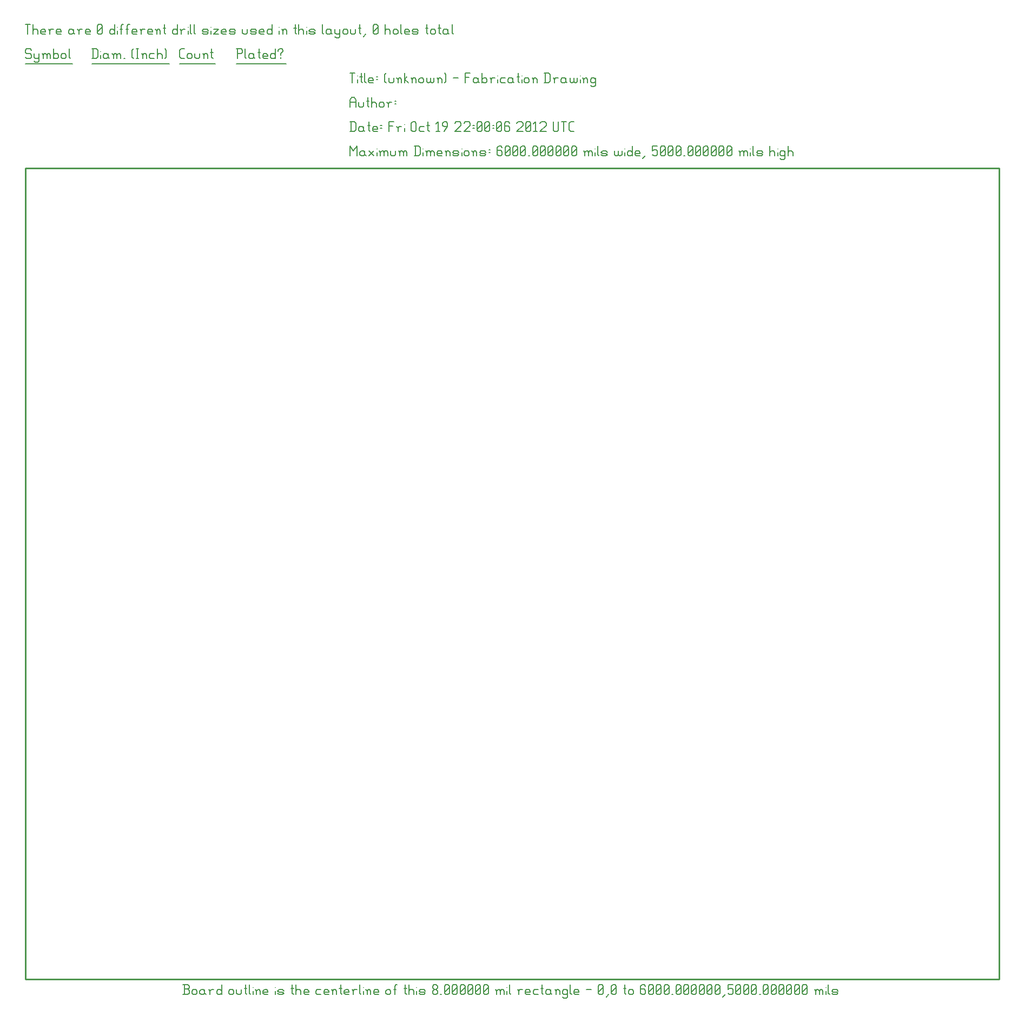
<source format=gbr>
G04 start of page 4 for group -3984 idx -3984 *
G04 Title: (unknown), fab *
G04 Creator: pcb 20110918 *
G04 CreationDate: Fri Oct 19 22:00:06 2012 UTC *
G04 For: fosse *
G04 Format: Gerber/RS-274X *
G04 PCB-Dimensions: 600000 500000 *
G04 PCB-Coordinate-Origin: lower left *
%MOIN*%
%FSLAX25Y25*%
%LNFAB*%
%ADD15C,0.0100*%
%ADD14C,0.0075*%
%ADD13C,0.0060*%
G54D13*X3000Y573500D02*X3750Y572750D01*
X750Y573500D02*X3000D01*
X0Y572750D02*X750Y573500D01*
X0Y572750D02*Y571250D01*
X750Y570500D01*
X3000D01*
X3750Y569750D01*
Y568250D01*
X3000Y567500D02*X3750Y568250D01*
X750Y567500D02*X3000D01*
X0Y568250D02*X750Y567500D01*
X5550Y570500D02*Y568250D01*
X6300Y567500D01*
X8550Y570500D02*Y566000D01*
X7800Y565250D02*X8550Y566000D01*
X6300Y565250D02*X7800D01*
X5550Y566000D02*X6300Y565250D01*
Y567500D02*X7800D01*
X8550Y568250D01*
X11100Y569750D02*Y567500D01*
Y569750D02*X11850Y570500D01*
X12600D01*
X13350Y569750D01*
Y567500D01*
Y569750D02*X14100Y570500D01*
X14850D01*
X15600Y569750D01*
Y567500D01*
X10350Y570500D02*X11100Y569750D01*
X17400Y573500D02*Y567500D01*
Y568250D02*X18150Y567500D01*
X19650D01*
X20400Y568250D01*
Y569750D02*Y568250D01*
X19650Y570500D02*X20400Y569750D01*
X18150Y570500D02*X19650D01*
X17400Y569750D02*X18150Y570500D01*
X22200Y569750D02*Y568250D01*
Y569750D02*X22950Y570500D01*
X24450D01*
X25200Y569750D01*
Y568250D01*
X24450Y567500D02*X25200Y568250D01*
X22950Y567500D02*X24450D01*
X22200Y568250D02*X22950Y567500D01*
X27000Y573500D02*Y568250D01*
X27750Y567500D01*
X0Y564250D02*X29250D01*
X41750Y573500D02*Y567500D01*
X43700Y573500D02*X44750Y572450D01*
Y568550D01*
X43700Y567500D02*X44750Y568550D01*
X41000Y567500D02*X43700D01*
X41000Y573500D02*X43700D01*
G54D14*X46550Y572000D02*Y571850D01*
G54D13*Y569750D02*Y567500D01*
X50300Y570500D02*X51050Y569750D01*
X48800Y570500D02*X50300D01*
X48050Y569750D02*X48800Y570500D01*
X48050Y569750D02*Y568250D01*
X48800Y567500D01*
X51050Y570500D02*Y568250D01*
X51800Y567500D01*
X48800D02*X50300D01*
X51050Y568250D01*
X54350Y569750D02*Y567500D01*
Y569750D02*X55100Y570500D01*
X55850D01*
X56600Y569750D01*
Y567500D01*
Y569750D02*X57350Y570500D01*
X58100D01*
X58850Y569750D01*
Y567500D01*
X53600Y570500D02*X54350Y569750D01*
X60650Y567500D02*X61400D01*
X65900Y568250D02*X66650Y567500D01*
X65900Y572750D02*X66650Y573500D01*
X65900Y572750D02*Y568250D01*
X68450Y573500D02*X69950D01*
X69200D02*Y567500D01*
X68450D02*X69950D01*
X72500Y569750D02*Y567500D01*
Y569750D02*X73250Y570500D01*
X74000D01*
X74750Y569750D01*
Y567500D01*
X71750Y570500D02*X72500Y569750D01*
X77300Y570500D02*X79550D01*
X76550Y569750D02*X77300Y570500D01*
X76550Y569750D02*Y568250D01*
X77300Y567500D01*
X79550D01*
X81350Y573500D02*Y567500D01*
Y569750D02*X82100Y570500D01*
X83600D01*
X84350Y569750D01*
Y567500D01*
X86150Y573500D02*X86900Y572750D01*
Y568250D01*
X86150Y567500D02*X86900Y568250D01*
X41000Y564250D02*X88700D01*
X96050Y567500D02*X98000D01*
X95000Y568550D02*X96050Y567500D01*
X95000Y572450D02*Y568550D01*
Y572450D02*X96050Y573500D01*
X98000D01*
X99800Y569750D02*Y568250D01*
Y569750D02*X100550Y570500D01*
X102050D01*
X102800Y569750D01*
Y568250D01*
X102050Y567500D02*X102800Y568250D01*
X100550Y567500D02*X102050D01*
X99800Y568250D02*X100550Y567500D01*
X104600Y570500D02*Y568250D01*
X105350Y567500D01*
X106850D01*
X107600Y568250D01*
Y570500D02*Y568250D01*
X110150Y569750D02*Y567500D01*
Y569750D02*X110900Y570500D01*
X111650D01*
X112400Y569750D01*
Y567500D01*
X109400Y570500D02*X110150Y569750D01*
X114950Y573500D02*Y568250D01*
X115700Y567500D01*
X114200Y571250D02*X115700D01*
X95000Y564250D02*X117200D01*
X130750Y573500D02*Y567500D01*
X130000Y573500D02*X133000D01*
X133750Y572750D01*
Y571250D01*
X133000Y570500D02*X133750Y571250D01*
X130750Y570500D02*X133000D01*
X135550Y573500D02*Y568250D01*
X136300Y567500D01*
X140050Y570500D02*X140800Y569750D01*
X138550Y570500D02*X140050D01*
X137800Y569750D02*X138550Y570500D01*
X137800Y569750D02*Y568250D01*
X138550Y567500D01*
X140800Y570500D02*Y568250D01*
X141550Y567500D01*
X138550D02*X140050D01*
X140800Y568250D01*
X144100Y573500D02*Y568250D01*
X144850Y567500D01*
X143350Y571250D02*X144850D01*
X147100Y567500D02*X149350D01*
X146350Y568250D02*X147100Y567500D01*
X146350Y569750D02*Y568250D01*
Y569750D02*X147100Y570500D01*
X148600D01*
X149350Y569750D01*
X146350Y569000D02*X149350D01*
Y569750D02*Y569000D01*
X154150Y573500D02*Y567500D01*
X153400D02*X154150Y568250D01*
X151900Y567500D02*X153400D01*
X151150Y568250D02*X151900Y567500D01*
X151150Y569750D02*Y568250D01*
Y569750D02*X151900Y570500D01*
X153400D01*
X154150Y569750D01*
X157450Y570500D02*Y569750D01*
Y568250D02*Y567500D01*
X155950Y572750D02*Y572000D01*
Y572750D02*X156700Y573500D01*
X158200D01*
X158950Y572750D01*
Y572000D01*
X157450Y570500D02*X158950Y572000D01*
X130000Y564250D02*X160750D01*
X0Y588500D02*X3000D01*
X1500D02*Y582500D01*
X4800Y588500D02*Y582500D01*
Y584750D02*X5550Y585500D01*
X7050D01*
X7800Y584750D01*
Y582500D01*
X10350D02*X12600D01*
X9600Y583250D02*X10350Y582500D01*
X9600Y584750D02*Y583250D01*
Y584750D02*X10350Y585500D01*
X11850D01*
X12600Y584750D01*
X9600Y584000D02*X12600D01*
Y584750D02*Y584000D01*
X15150Y584750D02*Y582500D01*
Y584750D02*X15900Y585500D01*
X17400D01*
X14400D02*X15150Y584750D01*
X19950Y582500D02*X22200D01*
X19200Y583250D02*X19950Y582500D01*
X19200Y584750D02*Y583250D01*
Y584750D02*X19950Y585500D01*
X21450D01*
X22200Y584750D01*
X19200Y584000D02*X22200D01*
Y584750D02*Y584000D01*
X28950Y585500D02*X29700Y584750D01*
X27450Y585500D02*X28950D01*
X26700Y584750D02*X27450Y585500D01*
X26700Y584750D02*Y583250D01*
X27450Y582500D01*
X29700Y585500D02*Y583250D01*
X30450Y582500D01*
X27450D02*X28950D01*
X29700Y583250D01*
X33000Y584750D02*Y582500D01*
Y584750D02*X33750Y585500D01*
X35250D01*
X32250D02*X33000Y584750D01*
X37800Y582500D02*X40050D01*
X37050Y583250D02*X37800Y582500D01*
X37050Y584750D02*Y583250D01*
Y584750D02*X37800Y585500D01*
X39300D01*
X40050Y584750D01*
X37050Y584000D02*X40050D01*
Y584750D02*Y584000D01*
X44550Y583250D02*X45300Y582500D01*
X44550Y587750D02*Y583250D01*
Y587750D02*X45300Y588500D01*
X46800D01*
X47550Y587750D01*
Y583250D01*
X46800Y582500D02*X47550Y583250D01*
X45300Y582500D02*X46800D01*
X44550Y584000D02*X47550Y587000D01*
X55050Y588500D02*Y582500D01*
X54300D02*X55050Y583250D01*
X52800Y582500D02*X54300D01*
X52050Y583250D02*X52800Y582500D01*
X52050Y584750D02*Y583250D01*
Y584750D02*X52800Y585500D01*
X54300D01*
X55050Y584750D01*
G54D14*X56850Y587000D02*Y586850D01*
G54D13*Y584750D02*Y582500D01*
X59100Y587750D02*Y582500D01*
Y587750D02*X59850Y588500D01*
X60600D01*
X58350Y585500D02*X59850D01*
X62850Y587750D02*Y582500D01*
Y587750D02*X63600Y588500D01*
X64350D01*
X62100Y585500D02*X63600D01*
X66600Y582500D02*X68850D01*
X65850Y583250D02*X66600Y582500D01*
X65850Y584750D02*Y583250D01*
Y584750D02*X66600Y585500D01*
X68100D01*
X68850Y584750D01*
X65850Y584000D02*X68850D01*
Y584750D02*Y584000D01*
X71400Y584750D02*Y582500D01*
Y584750D02*X72150Y585500D01*
X73650D01*
X70650D02*X71400Y584750D01*
X76200Y582500D02*X78450D01*
X75450Y583250D02*X76200Y582500D01*
X75450Y584750D02*Y583250D01*
Y584750D02*X76200Y585500D01*
X77700D01*
X78450Y584750D01*
X75450Y584000D02*X78450D01*
Y584750D02*Y584000D01*
X81000Y584750D02*Y582500D01*
Y584750D02*X81750Y585500D01*
X82500D01*
X83250Y584750D01*
Y582500D01*
X80250Y585500D02*X81000Y584750D01*
X85800Y588500D02*Y583250D01*
X86550Y582500D01*
X85050Y586250D02*X86550D01*
X93750Y588500D02*Y582500D01*
X93000D02*X93750Y583250D01*
X91500Y582500D02*X93000D01*
X90750Y583250D02*X91500Y582500D01*
X90750Y584750D02*Y583250D01*
Y584750D02*X91500Y585500D01*
X93000D01*
X93750Y584750D01*
X96300D02*Y582500D01*
Y584750D02*X97050Y585500D01*
X98550D01*
X95550D02*X96300Y584750D01*
G54D14*X100350Y587000D02*Y586850D01*
G54D13*Y584750D02*Y582500D01*
X101850Y588500D02*Y583250D01*
X102600Y582500D01*
X104100Y588500D02*Y583250D01*
X104850Y582500D01*
X109800D02*X112050D01*
X112800Y583250D01*
X112050Y584000D02*X112800Y583250D01*
X109800Y584000D02*X112050D01*
X109050Y584750D02*X109800Y584000D01*
X109050Y584750D02*X109800Y585500D01*
X112050D01*
X112800Y584750D01*
X109050Y583250D02*X109800Y582500D01*
G54D14*X114600Y587000D02*Y586850D01*
G54D13*Y584750D02*Y582500D01*
X116100Y585500D02*X119100D01*
X116100Y582500D02*X119100Y585500D01*
X116100Y582500D02*X119100D01*
X121650D02*X123900D01*
X120900Y583250D02*X121650Y582500D01*
X120900Y584750D02*Y583250D01*
Y584750D02*X121650Y585500D01*
X123150D01*
X123900Y584750D01*
X120900Y584000D02*X123900D01*
Y584750D02*Y584000D01*
X126450Y582500D02*X128700D01*
X129450Y583250D01*
X128700Y584000D02*X129450Y583250D01*
X126450Y584000D02*X128700D01*
X125700Y584750D02*X126450Y584000D01*
X125700Y584750D02*X126450Y585500D01*
X128700D01*
X129450Y584750D01*
X125700Y583250D02*X126450Y582500D01*
X133950Y585500D02*Y583250D01*
X134700Y582500D01*
X136200D01*
X136950Y583250D01*
Y585500D02*Y583250D01*
X139500Y582500D02*X141750D01*
X142500Y583250D01*
X141750Y584000D02*X142500Y583250D01*
X139500Y584000D02*X141750D01*
X138750Y584750D02*X139500Y584000D01*
X138750Y584750D02*X139500Y585500D01*
X141750D01*
X142500Y584750D01*
X138750Y583250D02*X139500Y582500D01*
X145050D02*X147300D01*
X144300Y583250D02*X145050Y582500D01*
X144300Y584750D02*Y583250D01*
Y584750D02*X145050Y585500D01*
X146550D01*
X147300Y584750D01*
X144300Y584000D02*X147300D01*
Y584750D02*Y584000D01*
X152100Y588500D02*Y582500D01*
X151350D02*X152100Y583250D01*
X149850Y582500D02*X151350D01*
X149100Y583250D02*X149850Y582500D01*
X149100Y584750D02*Y583250D01*
Y584750D02*X149850Y585500D01*
X151350D01*
X152100Y584750D01*
G54D14*X156600Y587000D02*Y586850D01*
G54D13*Y584750D02*Y582500D01*
X158850Y584750D02*Y582500D01*
Y584750D02*X159600Y585500D01*
X160350D01*
X161100Y584750D01*
Y582500D01*
X158100Y585500D02*X158850Y584750D01*
X166350Y588500D02*Y583250D01*
X167100Y582500D01*
X165600Y586250D02*X167100D01*
X168600Y588500D02*Y582500D01*
Y584750D02*X169350Y585500D01*
X170850D01*
X171600Y584750D01*
Y582500D01*
G54D14*X173400Y587000D02*Y586850D01*
G54D13*Y584750D02*Y582500D01*
X175650D02*X177900D01*
X178650Y583250D01*
X177900Y584000D02*X178650Y583250D01*
X175650Y584000D02*X177900D01*
X174900Y584750D02*X175650Y584000D01*
X174900Y584750D02*X175650Y585500D01*
X177900D01*
X178650Y584750D01*
X174900Y583250D02*X175650Y582500D01*
X183150Y588500D02*Y583250D01*
X183900Y582500D01*
X187650Y585500D02*X188400Y584750D01*
X186150Y585500D02*X187650D01*
X185400Y584750D02*X186150Y585500D01*
X185400Y584750D02*Y583250D01*
X186150Y582500D01*
X188400Y585500D02*Y583250D01*
X189150Y582500D01*
X186150D02*X187650D01*
X188400Y583250D01*
X190950Y585500D02*Y583250D01*
X191700Y582500D01*
X193950Y585500D02*Y581000D01*
X193200Y580250D02*X193950Y581000D01*
X191700Y580250D02*X193200D01*
X190950Y581000D02*X191700Y580250D01*
Y582500D02*X193200D01*
X193950Y583250D01*
X195750Y584750D02*Y583250D01*
Y584750D02*X196500Y585500D01*
X198000D01*
X198750Y584750D01*
Y583250D01*
X198000Y582500D02*X198750Y583250D01*
X196500Y582500D02*X198000D01*
X195750Y583250D02*X196500Y582500D01*
X200550Y585500D02*Y583250D01*
X201300Y582500D01*
X202800D01*
X203550Y583250D01*
Y585500D02*Y583250D01*
X206100Y588500D02*Y583250D01*
X206850Y582500D01*
X205350Y586250D02*X206850D01*
X208350Y581000D02*X209850Y582500D01*
X214350Y583250D02*X215100Y582500D01*
X214350Y587750D02*Y583250D01*
Y587750D02*X215100Y588500D01*
X216600D01*
X217350Y587750D01*
Y583250D01*
X216600Y582500D02*X217350Y583250D01*
X215100Y582500D02*X216600D01*
X214350Y584000D02*X217350Y587000D01*
X221850Y588500D02*Y582500D01*
Y584750D02*X222600Y585500D01*
X224100D01*
X224850Y584750D01*
Y582500D01*
X226650Y584750D02*Y583250D01*
Y584750D02*X227400Y585500D01*
X228900D01*
X229650Y584750D01*
Y583250D01*
X228900Y582500D02*X229650Y583250D01*
X227400Y582500D02*X228900D01*
X226650Y583250D02*X227400Y582500D01*
X231450Y588500D02*Y583250D01*
X232200Y582500D01*
X234450D02*X236700D01*
X233700Y583250D02*X234450Y582500D01*
X233700Y584750D02*Y583250D01*
Y584750D02*X234450Y585500D01*
X235950D01*
X236700Y584750D01*
X233700Y584000D02*X236700D01*
Y584750D02*Y584000D01*
X239250Y582500D02*X241500D01*
X242250Y583250D01*
X241500Y584000D02*X242250Y583250D01*
X239250Y584000D02*X241500D01*
X238500Y584750D02*X239250Y584000D01*
X238500Y584750D02*X239250Y585500D01*
X241500D01*
X242250Y584750D01*
X238500Y583250D02*X239250Y582500D01*
X247500Y588500D02*Y583250D01*
X248250Y582500D01*
X246750Y586250D02*X248250D01*
X249750Y584750D02*Y583250D01*
Y584750D02*X250500Y585500D01*
X252000D01*
X252750Y584750D01*
Y583250D01*
X252000Y582500D02*X252750Y583250D01*
X250500Y582500D02*X252000D01*
X249750Y583250D02*X250500Y582500D01*
X255300Y588500D02*Y583250D01*
X256050Y582500D01*
X254550Y586250D02*X256050D01*
X259800Y585500D02*X260550Y584750D01*
X258300Y585500D02*X259800D01*
X257550Y584750D02*X258300Y585500D01*
X257550Y584750D02*Y583250D01*
X258300Y582500D01*
X260550Y585500D02*Y583250D01*
X261300Y582500D01*
X258300D02*X259800D01*
X260550Y583250D01*
X263100Y588500D02*Y583250D01*
X263850Y582500D01*
G54D15*X0Y500000D02*X600000D01*
X0D02*Y0D01*
X600000Y500000D02*Y0D01*
X0D02*X600000D01*
G54D13*X200000Y513500D02*Y507500D01*
Y513500D02*X202250Y510500D01*
X204500Y513500D01*
Y507500D01*
X208550Y510500D02*X209300Y509750D01*
X207050Y510500D02*X208550D01*
X206300Y509750D02*X207050Y510500D01*
X206300Y509750D02*Y508250D01*
X207050Y507500D01*
X209300Y510500D02*Y508250D01*
X210050Y507500D01*
X207050D02*X208550D01*
X209300Y508250D01*
X211850Y510500D02*X214850Y507500D01*
X211850D02*X214850Y510500D01*
G54D14*X216650Y512000D02*Y511850D01*
G54D13*Y509750D02*Y507500D01*
X218900Y509750D02*Y507500D01*
Y509750D02*X219650Y510500D01*
X220400D01*
X221150Y509750D01*
Y507500D01*
Y509750D02*X221900Y510500D01*
X222650D01*
X223400Y509750D01*
Y507500D01*
X218150Y510500D02*X218900Y509750D01*
X225200Y510500D02*Y508250D01*
X225950Y507500D01*
X227450D01*
X228200Y508250D01*
Y510500D02*Y508250D01*
X230750Y509750D02*Y507500D01*
Y509750D02*X231500Y510500D01*
X232250D01*
X233000Y509750D01*
Y507500D01*
Y509750D02*X233750Y510500D01*
X234500D01*
X235250Y509750D01*
Y507500D01*
X230000Y510500D02*X230750Y509750D01*
X240500Y513500D02*Y507500D01*
X242450Y513500D02*X243500Y512450D01*
Y508550D01*
X242450Y507500D02*X243500Y508550D01*
X239750Y507500D02*X242450D01*
X239750Y513500D02*X242450D01*
G54D14*X245300Y512000D02*Y511850D01*
G54D13*Y509750D02*Y507500D01*
X247550Y509750D02*Y507500D01*
Y509750D02*X248300Y510500D01*
X249050D01*
X249800Y509750D01*
Y507500D01*
Y509750D02*X250550Y510500D01*
X251300D01*
X252050Y509750D01*
Y507500D01*
X246800Y510500D02*X247550Y509750D01*
X254600Y507500D02*X256850D01*
X253850Y508250D02*X254600Y507500D01*
X253850Y509750D02*Y508250D01*
Y509750D02*X254600Y510500D01*
X256100D01*
X256850Y509750D01*
X253850Y509000D02*X256850D01*
Y509750D02*Y509000D01*
X259400Y509750D02*Y507500D01*
Y509750D02*X260150Y510500D01*
X260900D01*
X261650Y509750D01*
Y507500D01*
X258650Y510500D02*X259400Y509750D01*
X264200Y507500D02*X266450D01*
X267200Y508250D01*
X266450Y509000D02*X267200Y508250D01*
X264200Y509000D02*X266450D01*
X263450Y509750D02*X264200Y509000D01*
X263450Y509750D02*X264200Y510500D01*
X266450D01*
X267200Y509750D01*
X263450Y508250D02*X264200Y507500D01*
G54D14*X269000Y512000D02*Y511850D01*
G54D13*Y509750D02*Y507500D01*
X270500Y509750D02*Y508250D01*
Y509750D02*X271250Y510500D01*
X272750D01*
X273500Y509750D01*
Y508250D01*
X272750Y507500D02*X273500Y508250D01*
X271250Y507500D02*X272750D01*
X270500Y508250D02*X271250Y507500D01*
X276050Y509750D02*Y507500D01*
Y509750D02*X276800Y510500D01*
X277550D01*
X278300Y509750D01*
Y507500D01*
X275300Y510500D02*X276050Y509750D01*
X280850Y507500D02*X283100D01*
X283850Y508250D01*
X283100Y509000D02*X283850Y508250D01*
X280850Y509000D02*X283100D01*
X280100Y509750D02*X280850Y509000D01*
X280100Y509750D02*X280850Y510500D01*
X283100D01*
X283850Y509750D01*
X280100Y508250D02*X280850Y507500D01*
X285650Y511250D02*X286400D01*
X285650Y509750D02*X286400D01*
X293150Y513500D02*X293900Y512750D01*
X291650Y513500D02*X293150D01*
X290900Y512750D02*X291650Y513500D01*
X290900Y512750D02*Y508250D01*
X291650Y507500D01*
X293150Y510800D02*X293900Y510050D01*
X290900Y510800D02*X293150D01*
X291650Y507500D02*X293150D01*
X293900Y508250D01*
Y510050D02*Y508250D01*
X295700D02*X296450Y507500D01*
X295700Y512750D02*Y508250D01*
Y512750D02*X296450Y513500D01*
X297950D01*
X298700Y512750D01*
Y508250D01*
X297950Y507500D02*X298700Y508250D01*
X296450Y507500D02*X297950D01*
X295700Y509000D02*X298700Y512000D01*
X300500Y508250D02*X301250Y507500D01*
X300500Y512750D02*Y508250D01*
Y512750D02*X301250Y513500D01*
X302750D01*
X303500Y512750D01*
Y508250D01*
X302750Y507500D02*X303500Y508250D01*
X301250Y507500D02*X302750D01*
X300500Y509000D02*X303500Y512000D01*
X305300Y508250D02*X306050Y507500D01*
X305300Y512750D02*Y508250D01*
Y512750D02*X306050Y513500D01*
X307550D01*
X308300Y512750D01*
Y508250D01*
X307550Y507500D02*X308300Y508250D01*
X306050Y507500D02*X307550D01*
X305300Y509000D02*X308300Y512000D01*
X310100Y507500D02*X310850D01*
X312650Y508250D02*X313400Y507500D01*
X312650Y512750D02*Y508250D01*
Y512750D02*X313400Y513500D01*
X314900D01*
X315650Y512750D01*
Y508250D01*
X314900Y507500D02*X315650Y508250D01*
X313400Y507500D02*X314900D01*
X312650Y509000D02*X315650Y512000D01*
X317450Y508250D02*X318200Y507500D01*
X317450Y512750D02*Y508250D01*
Y512750D02*X318200Y513500D01*
X319700D01*
X320450Y512750D01*
Y508250D01*
X319700Y507500D02*X320450Y508250D01*
X318200Y507500D02*X319700D01*
X317450Y509000D02*X320450Y512000D01*
X322250Y508250D02*X323000Y507500D01*
X322250Y512750D02*Y508250D01*
Y512750D02*X323000Y513500D01*
X324500D01*
X325250Y512750D01*
Y508250D01*
X324500Y507500D02*X325250Y508250D01*
X323000Y507500D02*X324500D01*
X322250Y509000D02*X325250Y512000D01*
X327050Y508250D02*X327800Y507500D01*
X327050Y512750D02*Y508250D01*
Y512750D02*X327800Y513500D01*
X329300D01*
X330050Y512750D01*
Y508250D01*
X329300Y507500D02*X330050Y508250D01*
X327800Y507500D02*X329300D01*
X327050Y509000D02*X330050Y512000D01*
X331850Y508250D02*X332600Y507500D01*
X331850Y512750D02*Y508250D01*
Y512750D02*X332600Y513500D01*
X334100D01*
X334850Y512750D01*
Y508250D01*
X334100Y507500D02*X334850Y508250D01*
X332600Y507500D02*X334100D01*
X331850Y509000D02*X334850Y512000D01*
X336650Y508250D02*X337400Y507500D01*
X336650Y512750D02*Y508250D01*
Y512750D02*X337400Y513500D01*
X338900D01*
X339650Y512750D01*
Y508250D01*
X338900Y507500D02*X339650Y508250D01*
X337400Y507500D02*X338900D01*
X336650Y509000D02*X339650Y512000D01*
X344900Y509750D02*Y507500D01*
Y509750D02*X345650Y510500D01*
X346400D01*
X347150Y509750D01*
Y507500D01*
Y509750D02*X347900Y510500D01*
X348650D01*
X349400Y509750D01*
Y507500D01*
X344150Y510500D02*X344900Y509750D01*
G54D14*X351200Y512000D02*Y511850D01*
G54D13*Y509750D02*Y507500D01*
X352700Y513500D02*Y508250D01*
X353450Y507500D01*
X355700D02*X357950D01*
X358700Y508250D01*
X357950Y509000D02*X358700Y508250D01*
X355700Y509000D02*X357950D01*
X354950Y509750D02*X355700Y509000D01*
X354950Y509750D02*X355700Y510500D01*
X357950D01*
X358700Y509750D01*
X354950Y508250D02*X355700Y507500D01*
X363200Y510500D02*Y508250D01*
X363950Y507500D01*
X364700D01*
X365450Y508250D01*
Y510500D02*Y508250D01*
X366200Y507500D01*
X366950D01*
X367700Y508250D01*
Y510500D02*Y508250D01*
G54D14*X369500Y512000D02*Y511850D01*
G54D13*Y509750D02*Y507500D01*
X374000Y513500D02*Y507500D01*
X373250D02*X374000Y508250D01*
X371750Y507500D02*X373250D01*
X371000Y508250D02*X371750Y507500D01*
X371000Y509750D02*Y508250D01*
Y509750D02*X371750Y510500D01*
X373250D01*
X374000Y509750D01*
X376550Y507500D02*X378800D01*
X375800Y508250D02*X376550Y507500D01*
X375800Y509750D02*Y508250D01*
Y509750D02*X376550Y510500D01*
X378050D01*
X378800Y509750D01*
X375800Y509000D02*X378800D01*
Y509750D02*Y509000D01*
X380600Y506000D02*X382100Y507500D01*
X386600Y513500D02*X389600D01*
X386600D02*Y510500D01*
X387350Y511250D01*
X388850D01*
X389600Y510500D01*
Y508250D01*
X388850Y507500D02*X389600Y508250D01*
X387350Y507500D02*X388850D01*
X386600Y508250D02*X387350Y507500D01*
X391400Y508250D02*X392150Y507500D01*
X391400Y512750D02*Y508250D01*
Y512750D02*X392150Y513500D01*
X393650D01*
X394400Y512750D01*
Y508250D01*
X393650Y507500D02*X394400Y508250D01*
X392150Y507500D02*X393650D01*
X391400Y509000D02*X394400Y512000D01*
X396200Y508250D02*X396950Y507500D01*
X396200Y512750D02*Y508250D01*
Y512750D02*X396950Y513500D01*
X398450D01*
X399200Y512750D01*
Y508250D01*
X398450Y507500D02*X399200Y508250D01*
X396950Y507500D02*X398450D01*
X396200Y509000D02*X399200Y512000D01*
X401000Y508250D02*X401750Y507500D01*
X401000Y512750D02*Y508250D01*
Y512750D02*X401750Y513500D01*
X403250D01*
X404000Y512750D01*
Y508250D01*
X403250Y507500D02*X404000Y508250D01*
X401750Y507500D02*X403250D01*
X401000Y509000D02*X404000Y512000D01*
X405800Y507500D02*X406550D01*
X408350Y508250D02*X409100Y507500D01*
X408350Y512750D02*Y508250D01*
Y512750D02*X409100Y513500D01*
X410600D01*
X411350Y512750D01*
Y508250D01*
X410600Y507500D02*X411350Y508250D01*
X409100Y507500D02*X410600D01*
X408350Y509000D02*X411350Y512000D01*
X413150Y508250D02*X413900Y507500D01*
X413150Y512750D02*Y508250D01*
Y512750D02*X413900Y513500D01*
X415400D01*
X416150Y512750D01*
Y508250D01*
X415400Y507500D02*X416150Y508250D01*
X413900Y507500D02*X415400D01*
X413150Y509000D02*X416150Y512000D01*
X417950Y508250D02*X418700Y507500D01*
X417950Y512750D02*Y508250D01*
Y512750D02*X418700Y513500D01*
X420200D01*
X420950Y512750D01*
Y508250D01*
X420200Y507500D02*X420950Y508250D01*
X418700Y507500D02*X420200D01*
X417950Y509000D02*X420950Y512000D01*
X422750Y508250D02*X423500Y507500D01*
X422750Y512750D02*Y508250D01*
Y512750D02*X423500Y513500D01*
X425000D01*
X425750Y512750D01*
Y508250D01*
X425000Y507500D02*X425750Y508250D01*
X423500Y507500D02*X425000D01*
X422750Y509000D02*X425750Y512000D01*
X427550Y508250D02*X428300Y507500D01*
X427550Y512750D02*Y508250D01*
Y512750D02*X428300Y513500D01*
X429800D01*
X430550Y512750D01*
Y508250D01*
X429800Y507500D02*X430550Y508250D01*
X428300Y507500D02*X429800D01*
X427550Y509000D02*X430550Y512000D01*
X432350Y508250D02*X433100Y507500D01*
X432350Y512750D02*Y508250D01*
Y512750D02*X433100Y513500D01*
X434600D01*
X435350Y512750D01*
Y508250D01*
X434600Y507500D02*X435350Y508250D01*
X433100Y507500D02*X434600D01*
X432350Y509000D02*X435350Y512000D01*
X440600Y509750D02*Y507500D01*
Y509750D02*X441350Y510500D01*
X442100D01*
X442850Y509750D01*
Y507500D01*
Y509750D02*X443600Y510500D01*
X444350D01*
X445100Y509750D01*
Y507500D01*
X439850Y510500D02*X440600Y509750D01*
G54D14*X446900Y512000D02*Y511850D01*
G54D13*Y509750D02*Y507500D01*
X448400Y513500D02*Y508250D01*
X449150Y507500D01*
X451400D02*X453650D01*
X454400Y508250D01*
X453650Y509000D02*X454400Y508250D01*
X451400Y509000D02*X453650D01*
X450650Y509750D02*X451400Y509000D01*
X450650Y509750D02*X451400Y510500D01*
X453650D01*
X454400Y509750D01*
X450650Y508250D02*X451400Y507500D01*
X458900Y513500D02*Y507500D01*
Y509750D02*X459650Y510500D01*
X461150D01*
X461900Y509750D01*
Y507500D01*
G54D14*X463700Y512000D02*Y511850D01*
G54D13*Y509750D02*Y507500D01*
X467450Y510500D02*X468200Y509750D01*
X465950Y510500D02*X467450D01*
X465200Y509750D02*X465950Y510500D01*
X465200Y509750D02*Y508250D01*
X465950Y507500D01*
X467450D01*
X468200Y508250D01*
X465200Y506000D02*X465950Y505250D01*
X467450D01*
X468200Y506000D01*
Y510500D02*Y506000D01*
X470000Y513500D02*Y507500D01*
Y509750D02*X470750Y510500D01*
X472250D01*
X473000Y509750D01*
Y507500D01*
X97275Y-9500D02*X100275D01*
X101025Y-8750D01*
Y-6950D02*Y-8750D01*
X100275Y-6200D02*X101025Y-6950D01*
X98025Y-6200D02*X100275D01*
X98025Y-3500D02*Y-9500D01*
X97275Y-3500D02*X100275D01*
X101025Y-4250D01*
Y-5450D01*
X100275Y-6200D02*X101025Y-5450D01*
X102825Y-7250D02*Y-8750D01*
Y-7250D02*X103575Y-6500D01*
X105075D01*
X105825Y-7250D01*
Y-8750D01*
X105075Y-9500D02*X105825Y-8750D01*
X103575Y-9500D02*X105075D01*
X102825Y-8750D02*X103575Y-9500D01*
X109875Y-6500D02*X110625Y-7250D01*
X108375Y-6500D02*X109875D01*
X107625Y-7250D02*X108375Y-6500D01*
X107625Y-7250D02*Y-8750D01*
X108375Y-9500D01*
X110625Y-6500D02*Y-8750D01*
X111375Y-9500D01*
X108375D02*X109875D01*
X110625Y-8750D01*
X113925Y-7250D02*Y-9500D01*
Y-7250D02*X114675Y-6500D01*
X116175D01*
X113175D02*X113925Y-7250D01*
X120975Y-3500D02*Y-9500D01*
X120225D02*X120975Y-8750D01*
X118725Y-9500D02*X120225D01*
X117975Y-8750D02*X118725Y-9500D01*
X117975Y-7250D02*Y-8750D01*
Y-7250D02*X118725Y-6500D01*
X120225D01*
X120975Y-7250D01*
X125475D02*Y-8750D01*
Y-7250D02*X126225Y-6500D01*
X127725D01*
X128475Y-7250D01*
Y-8750D01*
X127725Y-9500D02*X128475Y-8750D01*
X126225Y-9500D02*X127725D01*
X125475Y-8750D02*X126225Y-9500D01*
X130275Y-6500D02*Y-8750D01*
X131025Y-9500D01*
X132525D01*
X133275Y-8750D01*
Y-6500D02*Y-8750D01*
X135825Y-3500D02*Y-8750D01*
X136575Y-9500D01*
X135075Y-5750D02*X136575D01*
X138075Y-3500D02*Y-8750D01*
X138825Y-9500D01*
G54D14*X140325Y-5000D02*Y-5150D01*
G54D13*Y-7250D02*Y-9500D01*
X142575Y-7250D02*Y-9500D01*
Y-7250D02*X143325Y-6500D01*
X144075D01*
X144825Y-7250D01*
Y-9500D01*
X141825Y-6500D02*X142575Y-7250D01*
X147375Y-9500D02*X149625D01*
X146625Y-8750D02*X147375Y-9500D01*
X146625Y-7250D02*Y-8750D01*
Y-7250D02*X147375Y-6500D01*
X148875D01*
X149625Y-7250D01*
X146625Y-8000D02*X149625D01*
Y-7250D02*Y-8000D01*
G54D14*X154125Y-5000D02*Y-5150D01*
G54D13*Y-7250D02*Y-9500D01*
X156375D02*X158625D01*
X159375Y-8750D01*
X158625Y-8000D02*X159375Y-8750D01*
X156375Y-8000D02*X158625D01*
X155625Y-7250D02*X156375Y-8000D01*
X155625Y-7250D02*X156375Y-6500D01*
X158625D01*
X159375Y-7250D01*
X155625Y-8750D02*X156375Y-9500D01*
X164625Y-3500D02*Y-8750D01*
X165375Y-9500D01*
X163875Y-5750D02*X165375D01*
X166875Y-3500D02*Y-9500D01*
Y-7250D02*X167625Y-6500D01*
X169125D01*
X169875Y-7250D01*
Y-9500D01*
X172425D02*X174675D01*
X171675Y-8750D02*X172425Y-9500D01*
X171675Y-7250D02*Y-8750D01*
Y-7250D02*X172425Y-6500D01*
X173925D01*
X174675Y-7250D01*
X171675Y-8000D02*X174675D01*
Y-7250D02*Y-8000D01*
X179925Y-6500D02*X182175D01*
X179175Y-7250D02*X179925Y-6500D01*
X179175Y-7250D02*Y-8750D01*
X179925Y-9500D01*
X182175D01*
X184725D02*X186975D01*
X183975Y-8750D02*X184725Y-9500D01*
X183975Y-7250D02*Y-8750D01*
Y-7250D02*X184725Y-6500D01*
X186225D01*
X186975Y-7250D01*
X183975Y-8000D02*X186975D01*
Y-7250D02*Y-8000D01*
X189525Y-7250D02*Y-9500D01*
Y-7250D02*X190275Y-6500D01*
X191025D01*
X191775Y-7250D01*
Y-9500D01*
X188775Y-6500D02*X189525Y-7250D01*
X194325Y-3500D02*Y-8750D01*
X195075Y-9500D01*
X193575Y-5750D02*X195075D01*
X197325Y-9500D02*X199575D01*
X196575Y-8750D02*X197325Y-9500D01*
X196575Y-7250D02*Y-8750D01*
Y-7250D02*X197325Y-6500D01*
X198825D01*
X199575Y-7250D01*
X196575Y-8000D02*X199575D01*
Y-7250D02*Y-8000D01*
X202125Y-7250D02*Y-9500D01*
Y-7250D02*X202875Y-6500D01*
X204375D01*
X201375D02*X202125Y-7250D01*
X206175Y-3500D02*Y-8750D01*
X206925Y-9500D01*
G54D14*X208425Y-5000D02*Y-5150D01*
G54D13*Y-7250D02*Y-9500D01*
X210675Y-7250D02*Y-9500D01*
Y-7250D02*X211425Y-6500D01*
X212175D01*
X212925Y-7250D01*
Y-9500D01*
X209925Y-6500D02*X210675Y-7250D01*
X215475Y-9500D02*X217725D01*
X214725Y-8750D02*X215475Y-9500D01*
X214725Y-7250D02*Y-8750D01*
Y-7250D02*X215475Y-6500D01*
X216975D01*
X217725Y-7250D01*
X214725Y-8000D02*X217725D01*
Y-7250D02*Y-8000D01*
X222225Y-7250D02*Y-8750D01*
Y-7250D02*X222975Y-6500D01*
X224475D01*
X225225Y-7250D01*
Y-8750D01*
X224475Y-9500D02*X225225Y-8750D01*
X222975Y-9500D02*X224475D01*
X222225Y-8750D02*X222975Y-9500D01*
X227775Y-4250D02*Y-9500D01*
Y-4250D02*X228525Y-3500D01*
X229275D01*
X227025Y-6500D02*X228525D01*
X234225Y-3500D02*Y-8750D01*
X234975Y-9500D01*
X233475Y-5750D02*X234975D01*
X236475Y-3500D02*Y-9500D01*
Y-7250D02*X237225Y-6500D01*
X238725D01*
X239475Y-7250D01*
Y-9500D01*
G54D14*X241275Y-5000D02*Y-5150D01*
G54D13*Y-7250D02*Y-9500D01*
X243525D02*X245775D01*
X246525Y-8750D01*
X245775Y-8000D02*X246525Y-8750D01*
X243525Y-8000D02*X245775D01*
X242775Y-7250D02*X243525Y-8000D01*
X242775Y-7250D02*X243525Y-6500D01*
X245775D01*
X246525Y-7250D01*
X242775Y-8750D02*X243525Y-9500D01*
X251025Y-8750D02*X251775Y-9500D01*
X251025Y-7550D02*Y-8750D01*
Y-7550D02*X252075Y-6500D01*
X252975D01*
X254025Y-7550D01*
Y-8750D01*
X253275Y-9500D02*X254025Y-8750D01*
X251775Y-9500D02*X253275D01*
X251025Y-5450D02*X252075Y-6500D01*
X251025Y-4250D02*Y-5450D01*
Y-4250D02*X251775Y-3500D01*
X253275D01*
X254025Y-4250D01*
Y-5450D01*
X252975Y-6500D02*X254025Y-5450D01*
X255825Y-9500D02*X256575D01*
X258375Y-8750D02*X259125Y-9500D01*
X258375Y-4250D02*Y-8750D01*
Y-4250D02*X259125Y-3500D01*
X260625D01*
X261375Y-4250D01*
Y-8750D01*
X260625Y-9500D02*X261375Y-8750D01*
X259125Y-9500D02*X260625D01*
X258375Y-8000D02*X261375Y-5000D01*
X263175Y-8750D02*X263925Y-9500D01*
X263175Y-4250D02*Y-8750D01*
Y-4250D02*X263925Y-3500D01*
X265425D01*
X266175Y-4250D01*
Y-8750D01*
X265425Y-9500D02*X266175Y-8750D01*
X263925Y-9500D02*X265425D01*
X263175Y-8000D02*X266175Y-5000D01*
X267975Y-8750D02*X268725Y-9500D01*
X267975Y-4250D02*Y-8750D01*
Y-4250D02*X268725Y-3500D01*
X270225D01*
X270975Y-4250D01*
Y-8750D01*
X270225Y-9500D02*X270975Y-8750D01*
X268725Y-9500D02*X270225D01*
X267975Y-8000D02*X270975Y-5000D01*
X272775Y-8750D02*X273525Y-9500D01*
X272775Y-4250D02*Y-8750D01*
Y-4250D02*X273525Y-3500D01*
X275025D01*
X275775Y-4250D01*
Y-8750D01*
X275025Y-9500D02*X275775Y-8750D01*
X273525Y-9500D02*X275025D01*
X272775Y-8000D02*X275775Y-5000D01*
X277575Y-8750D02*X278325Y-9500D01*
X277575Y-4250D02*Y-8750D01*
Y-4250D02*X278325Y-3500D01*
X279825D01*
X280575Y-4250D01*
Y-8750D01*
X279825Y-9500D02*X280575Y-8750D01*
X278325Y-9500D02*X279825D01*
X277575Y-8000D02*X280575Y-5000D01*
X282375Y-8750D02*X283125Y-9500D01*
X282375Y-4250D02*Y-8750D01*
Y-4250D02*X283125Y-3500D01*
X284625D01*
X285375Y-4250D01*
Y-8750D01*
X284625Y-9500D02*X285375Y-8750D01*
X283125Y-9500D02*X284625D01*
X282375Y-8000D02*X285375Y-5000D01*
X290625Y-7250D02*Y-9500D01*
Y-7250D02*X291375Y-6500D01*
X292125D01*
X292875Y-7250D01*
Y-9500D01*
Y-7250D02*X293625Y-6500D01*
X294375D01*
X295125Y-7250D01*
Y-9500D01*
X289875Y-6500D02*X290625Y-7250D01*
G54D14*X296925Y-5000D02*Y-5150D01*
G54D13*Y-7250D02*Y-9500D01*
X298425Y-3500D02*Y-8750D01*
X299175Y-9500D01*
X304125Y-7250D02*Y-9500D01*
Y-7250D02*X304875Y-6500D01*
X306375D01*
X303375D02*X304125Y-7250D01*
X308925Y-9500D02*X311175D01*
X308175Y-8750D02*X308925Y-9500D01*
X308175Y-7250D02*Y-8750D01*
Y-7250D02*X308925Y-6500D01*
X310425D01*
X311175Y-7250D01*
X308175Y-8000D02*X311175D01*
Y-7250D02*Y-8000D01*
X313725Y-6500D02*X315975D01*
X312975Y-7250D02*X313725Y-6500D01*
X312975Y-7250D02*Y-8750D01*
X313725Y-9500D01*
X315975D01*
X318525Y-3500D02*Y-8750D01*
X319275Y-9500D01*
X317775Y-5750D02*X319275D01*
X323025Y-6500D02*X323775Y-7250D01*
X321525Y-6500D02*X323025D01*
X320775Y-7250D02*X321525Y-6500D01*
X320775Y-7250D02*Y-8750D01*
X321525Y-9500D01*
X323775Y-6500D02*Y-8750D01*
X324525Y-9500D01*
X321525D02*X323025D01*
X323775Y-8750D01*
X327075Y-7250D02*Y-9500D01*
Y-7250D02*X327825Y-6500D01*
X328575D01*
X329325Y-7250D01*
Y-9500D01*
X326325Y-6500D02*X327075Y-7250D01*
X333375Y-6500D02*X334125Y-7250D01*
X331875Y-6500D02*X333375D01*
X331125Y-7250D02*X331875Y-6500D01*
X331125Y-7250D02*Y-8750D01*
X331875Y-9500D01*
X333375D01*
X334125Y-8750D01*
X331125Y-11000D02*X331875Y-11750D01*
X333375D01*
X334125Y-11000D01*
Y-6500D02*Y-11000D01*
X335925Y-3500D02*Y-8750D01*
X336675Y-9500D01*
X338925D02*X341175D01*
X338175Y-8750D02*X338925Y-9500D01*
X338175Y-7250D02*Y-8750D01*
Y-7250D02*X338925Y-6500D01*
X340425D01*
X341175Y-7250D01*
X338175Y-8000D02*X341175D01*
Y-7250D02*Y-8000D01*
X345675Y-6500D02*X348675D01*
X353175Y-8750D02*X353925Y-9500D01*
X353175Y-4250D02*Y-8750D01*
Y-4250D02*X353925Y-3500D01*
X355425D01*
X356175Y-4250D01*
Y-8750D01*
X355425Y-9500D02*X356175Y-8750D01*
X353925Y-9500D02*X355425D01*
X353175Y-8000D02*X356175Y-5000D01*
X357975Y-11000D02*X359475Y-9500D01*
X361275Y-8750D02*X362025Y-9500D01*
X361275Y-4250D02*Y-8750D01*
Y-4250D02*X362025Y-3500D01*
X363525D01*
X364275Y-4250D01*
Y-8750D01*
X363525Y-9500D02*X364275Y-8750D01*
X362025Y-9500D02*X363525D01*
X361275Y-8000D02*X364275Y-5000D01*
X369525Y-3500D02*Y-8750D01*
X370275Y-9500D01*
X368775Y-5750D02*X370275D01*
X371775Y-7250D02*Y-8750D01*
Y-7250D02*X372525Y-6500D01*
X374025D01*
X374775Y-7250D01*
Y-8750D01*
X374025Y-9500D02*X374775Y-8750D01*
X372525Y-9500D02*X374025D01*
X371775Y-8750D02*X372525Y-9500D01*
X381525Y-3500D02*X382275Y-4250D01*
X380025Y-3500D02*X381525D01*
X379275Y-4250D02*X380025Y-3500D01*
X379275Y-4250D02*Y-8750D01*
X380025Y-9500D01*
X381525Y-6200D02*X382275Y-6950D01*
X379275Y-6200D02*X381525D01*
X380025Y-9500D02*X381525D01*
X382275Y-8750D01*
Y-6950D02*Y-8750D01*
X384075D02*X384825Y-9500D01*
X384075Y-4250D02*Y-8750D01*
Y-4250D02*X384825Y-3500D01*
X386325D01*
X387075Y-4250D01*
Y-8750D01*
X386325Y-9500D02*X387075Y-8750D01*
X384825Y-9500D02*X386325D01*
X384075Y-8000D02*X387075Y-5000D01*
X388875Y-8750D02*X389625Y-9500D01*
X388875Y-4250D02*Y-8750D01*
Y-4250D02*X389625Y-3500D01*
X391125D01*
X391875Y-4250D01*
Y-8750D01*
X391125Y-9500D02*X391875Y-8750D01*
X389625Y-9500D02*X391125D01*
X388875Y-8000D02*X391875Y-5000D01*
X393675Y-8750D02*X394425Y-9500D01*
X393675Y-4250D02*Y-8750D01*
Y-4250D02*X394425Y-3500D01*
X395925D01*
X396675Y-4250D01*
Y-8750D01*
X395925Y-9500D02*X396675Y-8750D01*
X394425Y-9500D02*X395925D01*
X393675Y-8000D02*X396675Y-5000D01*
X398475Y-9500D02*X399225D01*
X401025Y-8750D02*X401775Y-9500D01*
X401025Y-4250D02*Y-8750D01*
Y-4250D02*X401775Y-3500D01*
X403275D01*
X404025Y-4250D01*
Y-8750D01*
X403275Y-9500D02*X404025Y-8750D01*
X401775Y-9500D02*X403275D01*
X401025Y-8000D02*X404025Y-5000D01*
X405825Y-8750D02*X406575Y-9500D01*
X405825Y-4250D02*Y-8750D01*
Y-4250D02*X406575Y-3500D01*
X408075D01*
X408825Y-4250D01*
Y-8750D01*
X408075Y-9500D02*X408825Y-8750D01*
X406575Y-9500D02*X408075D01*
X405825Y-8000D02*X408825Y-5000D01*
X410625Y-8750D02*X411375Y-9500D01*
X410625Y-4250D02*Y-8750D01*
Y-4250D02*X411375Y-3500D01*
X412875D01*
X413625Y-4250D01*
Y-8750D01*
X412875Y-9500D02*X413625Y-8750D01*
X411375Y-9500D02*X412875D01*
X410625Y-8000D02*X413625Y-5000D01*
X415425Y-8750D02*X416175Y-9500D01*
X415425Y-4250D02*Y-8750D01*
Y-4250D02*X416175Y-3500D01*
X417675D01*
X418425Y-4250D01*
Y-8750D01*
X417675Y-9500D02*X418425Y-8750D01*
X416175Y-9500D02*X417675D01*
X415425Y-8000D02*X418425Y-5000D01*
X420225Y-8750D02*X420975Y-9500D01*
X420225Y-4250D02*Y-8750D01*
Y-4250D02*X420975Y-3500D01*
X422475D01*
X423225Y-4250D01*
Y-8750D01*
X422475Y-9500D02*X423225Y-8750D01*
X420975Y-9500D02*X422475D01*
X420225Y-8000D02*X423225Y-5000D01*
X425025Y-8750D02*X425775Y-9500D01*
X425025Y-4250D02*Y-8750D01*
Y-4250D02*X425775Y-3500D01*
X427275D01*
X428025Y-4250D01*
Y-8750D01*
X427275Y-9500D02*X428025Y-8750D01*
X425775Y-9500D02*X427275D01*
X425025Y-8000D02*X428025Y-5000D01*
X429825Y-11000D02*X431325Y-9500D01*
X433125Y-3500D02*X436125D01*
X433125D02*Y-6500D01*
X433875Y-5750D01*
X435375D01*
X436125Y-6500D01*
Y-8750D01*
X435375Y-9500D02*X436125Y-8750D01*
X433875Y-9500D02*X435375D01*
X433125Y-8750D02*X433875Y-9500D01*
X437925Y-8750D02*X438675Y-9500D01*
X437925Y-4250D02*Y-8750D01*
Y-4250D02*X438675Y-3500D01*
X440175D01*
X440925Y-4250D01*
Y-8750D01*
X440175Y-9500D02*X440925Y-8750D01*
X438675Y-9500D02*X440175D01*
X437925Y-8000D02*X440925Y-5000D01*
X442725Y-8750D02*X443475Y-9500D01*
X442725Y-4250D02*Y-8750D01*
Y-4250D02*X443475Y-3500D01*
X444975D01*
X445725Y-4250D01*
Y-8750D01*
X444975Y-9500D02*X445725Y-8750D01*
X443475Y-9500D02*X444975D01*
X442725Y-8000D02*X445725Y-5000D01*
X447525Y-8750D02*X448275Y-9500D01*
X447525Y-4250D02*Y-8750D01*
Y-4250D02*X448275Y-3500D01*
X449775D01*
X450525Y-4250D01*
Y-8750D01*
X449775Y-9500D02*X450525Y-8750D01*
X448275Y-9500D02*X449775D01*
X447525Y-8000D02*X450525Y-5000D01*
X452325Y-9500D02*X453075D01*
X454875Y-8750D02*X455625Y-9500D01*
X454875Y-4250D02*Y-8750D01*
Y-4250D02*X455625Y-3500D01*
X457125D01*
X457875Y-4250D01*
Y-8750D01*
X457125Y-9500D02*X457875Y-8750D01*
X455625Y-9500D02*X457125D01*
X454875Y-8000D02*X457875Y-5000D01*
X459675Y-8750D02*X460425Y-9500D01*
X459675Y-4250D02*Y-8750D01*
Y-4250D02*X460425Y-3500D01*
X461925D01*
X462675Y-4250D01*
Y-8750D01*
X461925Y-9500D02*X462675Y-8750D01*
X460425Y-9500D02*X461925D01*
X459675Y-8000D02*X462675Y-5000D01*
X464475Y-8750D02*X465225Y-9500D01*
X464475Y-4250D02*Y-8750D01*
Y-4250D02*X465225Y-3500D01*
X466725D01*
X467475Y-4250D01*
Y-8750D01*
X466725Y-9500D02*X467475Y-8750D01*
X465225Y-9500D02*X466725D01*
X464475Y-8000D02*X467475Y-5000D01*
X469275Y-8750D02*X470025Y-9500D01*
X469275Y-4250D02*Y-8750D01*
Y-4250D02*X470025Y-3500D01*
X471525D01*
X472275Y-4250D01*
Y-8750D01*
X471525Y-9500D02*X472275Y-8750D01*
X470025Y-9500D02*X471525D01*
X469275Y-8000D02*X472275Y-5000D01*
X474075Y-8750D02*X474825Y-9500D01*
X474075Y-4250D02*Y-8750D01*
Y-4250D02*X474825Y-3500D01*
X476325D01*
X477075Y-4250D01*
Y-8750D01*
X476325Y-9500D02*X477075Y-8750D01*
X474825Y-9500D02*X476325D01*
X474075Y-8000D02*X477075Y-5000D01*
X478875Y-8750D02*X479625Y-9500D01*
X478875Y-4250D02*Y-8750D01*
Y-4250D02*X479625Y-3500D01*
X481125D01*
X481875Y-4250D01*
Y-8750D01*
X481125Y-9500D02*X481875Y-8750D01*
X479625Y-9500D02*X481125D01*
X478875Y-8000D02*X481875Y-5000D01*
X487125Y-7250D02*Y-9500D01*
Y-7250D02*X487875Y-6500D01*
X488625D01*
X489375Y-7250D01*
Y-9500D01*
Y-7250D02*X490125Y-6500D01*
X490875D01*
X491625Y-7250D01*
Y-9500D01*
X486375Y-6500D02*X487125Y-7250D01*
G54D14*X493425Y-5000D02*Y-5150D01*
G54D13*Y-7250D02*Y-9500D01*
X494925Y-3500D02*Y-8750D01*
X495675Y-9500D01*
X497925D02*X500175D01*
X500925Y-8750D01*
X500175Y-8000D02*X500925Y-8750D01*
X497925Y-8000D02*X500175D01*
X497175Y-7250D02*X497925Y-8000D01*
X497175Y-7250D02*X497925Y-6500D01*
X500175D01*
X500925Y-7250D01*
X497175Y-8750D02*X497925Y-9500D01*
X200750Y528500D02*Y522500D01*
X202700Y528500D02*X203750Y527450D01*
Y523550D01*
X202700Y522500D02*X203750Y523550D01*
X200000Y522500D02*X202700D01*
X200000Y528500D02*X202700D01*
X207800Y525500D02*X208550Y524750D01*
X206300Y525500D02*X207800D01*
X205550Y524750D02*X206300Y525500D01*
X205550Y524750D02*Y523250D01*
X206300Y522500D01*
X208550Y525500D02*Y523250D01*
X209300Y522500D01*
X206300D02*X207800D01*
X208550Y523250D01*
X211850Y528500D02*Y523250D01*
X212600Y522500D01*
X211100Y526250D02*X212600D01*
X214850Y522500D02*X217100D01*
X214100Y523250D02*X214850Y522500D01*
X214100Y524750D02*Y523250D01*
Y524750D02*X214850Y525500D01*
X216350D01*
X217100Y524750D01*
X214100Y524000D02*X217100D01*
Y524750D02*Y524000D01*
X218900Y526250D02*X219650D01*
X218900Y524750D02*X219650D01*
X224150Y528500D02*Y522500D01*
Y528500D02*X227150D01*
X224150Y525800D02*X226400D01*
X229700Y524750D02*Y522500D01*
Y524750D02*X230450Y525500D01*
X231950D01*
X228950D02*X229700Y524750D01*
G54D14*X233750Y527000D02*Y526850D01*
G54D13*Y524750D02*Y522500D01*
X237950Y527750D02*Y523250D01*
Y527750D02*X238700Y528500D01*
X240200D01*
X240950Y527750D01*
Y523250D01*
X240200Y522500D02*X240950Y523250D01*
X238700Y522500D02*X240200D01*
X237950Y523250D02*X238700Y522500D01*
X243500Y525500D02*X245750D01*
X242750Y524750D02*X243500Y525500D01*
X242750Y524750D02*Y523250D01*
X243500Y522500D01*
X245750D01*
X248300Y528500D02*Y523250D01*
X249050Y522500D01*
X247550Y526250D02*X249050D01*
X253250Y527300D02*X254450Y528500D01*
Y522500D01*
X253250D02*X255500D01*
X258050D02*X260300Y525500D01*
Y527750D02*Y525500D01*
X259550Y528500D02*X260300Y527750D01*
X258050Y528500D02*X259550D01*
X257300Y527750D02*X258050Y528500D01*
X257300Y527750D02*Y526250D01*
X258050Y525500D01*
X260300D01*
X264800Y527750D02*X265550Y528500D01*
X267800D01*
X268550Y527750D01*
Y526250D01*
X264800Y522500D02*X268550Y526250D01*
X264800Y522500D02*X268550D01*
X270350Y527750D02*X271100Y528500D01*
X273350D01*
X274100Y527750D01*
Y526250D01*
X270350Y522500D02*X274100Y526250D01*
X270350Y522500D02*X274100D01*
X275900Y526250D02*X276650D01*
X275900Y524750D02*X276650D01*
X278450Y523250D02*X279200Y522500D01*
X278450Y527750D02*Y523250D01*
Y527750D02*X279200Y528500D01*
X280700D01*
X281450Y527750D01*
Y523250D01*
X280700Y522500D02*X281450Y523250D01*
X279200Y522500D02*X280700D01*
X278450Y524000D02*X281450Y527000D01*
X283250Y523250D02*X284000Y522500D01*
X283250Y527750D02*Y523250D01*
Y527750D02*X284000Y528500D01*
X285500D01*
X286250Y527750D01*
Y523250D01*
X285500Y522500D02*X286250Y523250D01*
X284000Y522500D02*X285500D01*
X283250Y524000D02*X286250Y527000D01*
X288050Y526250D02*X288800D01*
X288050Y524750D02*X288800D01*
X290600Y523250D02*X291350Y522500D01*
X290600Y527750D02*Y523250D01*
Y527750D02*X291350Y528500D01*
X292850D01*
X293600Y527750D01*
Y523250D01*
X292850Y522500D02*X293600Y523250D01*
X291350Y522500D02*X292850D01*
X290600Y524000D02*X293600Y527000D01*
X297650Y528500D02*X298400Y527750D01*
X296150Y528500D02*X297650D01*
X295400Y527750D02*X296150Y528500D01*
X295400Y527750D02*Y523250D01*
X296150Y522500D01*
X297650Y525800D02*X298400Y525050D01*
X295400Y525800D02*X297650D01*
X296150Y522500D02*X297650D01*
X298400Y523250D01*
Y525050D02*Y523250D01*
X302900Y527750D02*X303650Y528500D01*
X305900D01*
X306650Y527750D01*
Y526250D01*
X302900Y522500D02*X306650Y526250D01*
X302900Y522500D02*X306650D01*
X308450Y523250D02*X309200Y522500D01*
X308450Y527750D02*Y523250D01*
Y527750D02*X309200Y528500D01*
X310700D01*
X311450Y527750D01*
Y523250D01*
X310700Y522500D02*X311450Y523250D01*
X309200Y522500D02*X310700D01*
X308450Y524000D02*X311450Y527000D01*
X313250Y527300D02*X314450Y528500D01*
Y522500D01*
X313250D02*X315500D01*
X317300Y527750D02*X318050Y528500D01*
X320300D01*
X321050Y527750D01*
Y526250D01*
X317300Y522500D02*X321050Y526250D01*
X317300Y522500D02*X321050D01*
X325550Y528500D02*Y523250D01*
X326300Y522500D01*
X327800D01*
X328550Y523250D01*
Y528500D02*Y523250D01*
X330350Y528500D02*X333350D01*
X331850D02*Y522500D01*
X336200D02*X338150D01*
X335150Y523550D02*X336200Y522500D01*
X335150Y527450D02*Y523550D01*
Y527450D02*X336200Y528500D01*
X338150D01*
X200000Y542000D02*Y537500D01*
Y542000D02*X201050Y543500D01*
X202700D01*
X203750Y542000D01*
Y537500D01*
X200000Y540500D02*X203750D01*
X205550D02*Y538250D01*
X206300Y537500D01*
X207800D01*
X208550Y538250D01*
Y540500D02*Y538250D01*
X211100Y543500D02*Y538250D01*
X211850Y537500D01*
X210350Y541250D02*X211850D01*
X213350Y543500D02*Y537500D01*
Y539750D02*X214100Y540500D01*
X215600D01*
X216350Y539750D01*
Y537500D01*
X218150Y539750D02*Y538250D01*
Y539750D02*X218900Y540500D01*
X220400D01*
X221150Y539750D01*
Y538250D01*
X220400Y537500D02*X221150Y538250D01*
X218900Y537500D02*X220400D01*
X218150Y538250D02*X218900Y537500D01*
X223700Y539750D02*Y537500D01*
Y539750D02*X224450Y540500D01*
X225950D01*
X222950D02*X223700Y539750D01*
X227750Y541250D02*X228500D01*
X227750Y539750D02*X228500D01*
X200000Y558500D02*X203000D01*
X201500D02*Y552500D01*
G54D14*X204800Y557000D02*Y556850D01*
G54D13*Y554750D02*Y552500D01*
X207050Y558500D02*Y553250D01*
X207800Y552500D01*
X206300Y556250D02*X207800D01*
X209300Y558500D02*Y553250D01*
X210050Y552500D01*
X212300D02*X214550D01*
X211550Y553250D02*X212300Y552500D01*
X211550Y554750D02*Y553250D01*
Y554750D02*X212300Y555500D01*
X213800D01*
X214550Y554750D01*
X211550Y554000D02*X214550D01*
Y554750D02*Y554000D01*
X216350Y556250D02*X217100D01*
X216350Y554750D02*X217100D01*
X221600Y553250D02*X222350Y552500D01*
X221600Y557750D02*X222350Y558500D01*
X221600Y557750D02*Y553250D01*
X224150Y555500D02*Y553250D01*
X224900Y552500D01*
X226400D01*
X227150Y553250D01*
Y555500D02*Y553250D01*
X229700Y554750D02*Y552500D01*
Y554750D02*X230450Y555500D01*
X231200D01*
X231950Y554750D01*
Y552500D01*
X228950Y555500D02*X229700Y554750D01*
X233750Y558500D02*Y552500D01*
Y554750D02*X236000Y552500D01*
X233750Y554750D02*X235250Y556250D01*
X238550Y554750D02*Y552500D01*
Y554750D02*X239300Y555500D01*
X240050D01*
X240800Y554750D01*
Y552500D01*
X237800Y555500D02*X238550Y554750D01*
X242600D02*Y553250D01*
Y554750D02*X243350Y555500D01*
X244850D01*
X245600Y554750D01*
Y553250D01*
X244850Y552500D02*X245600Y553250D01*
X243350Y552500D02*X244850D01*
X242600Y553250D02*X243350Y552500D01*
X247400Y555500D02*Y553250D01*
X248150Y552500D01*
X248900D01*
X249650Y553250D01*
Y555500D02*Y553250D01*
X250400Y552500D01*
X251150D01*
X251900Y553250D01*
Y555500D02*Y553250D01*
X254450Y554750D02*Y552500D01*
Y554750D02*X255200Y555500D01*
X255950D01*
X256700Y554750D01*
Y552500D01*
X253700Y555500D02*X254450Y554750D01*
X258500Y558500D02*X259250Y557750D01*
Y553250D01*
X258500Y552500D02*X259250Y553250D01*
X263750Y555500D02*X266750D01*
X271250Y558500D02*Y552500D01*
Y558500D02*X274250D01*
X271250Y555800D02*X273500D01*
X278300Y555500D02*X279050Y554750D01*
X276800Y555500D02*X278300D01*
X276050Y554750D02*X276800Y555500D01*
X276050Y554750D02*Y553250D01*
X276800Y552500D01*
X279050Y555500D02*Y553250D01*
X279800Y552500D01*
X276800D02*X278300D01*
X279050Y553250D01*
X281600Y558500D02*Y552500D01*
Y553250D02*X282350Y552500D01*
X283850D01*
X284600Y553250D01*
Y554750D02*Y553250D01*
X283850Y555500D02*X284600Y554750D01*
X282350Y555500D02*X283850D01*
X281600Y554750D02*X282350Y555500D01*
X287150Y554750D02*Y552500D01*
Y554750D02*X287900Y555500D01*
X289400D01*
X286400D02*X287150Y554750D01*
G54D14*X291200Y557000D02*Y556850D01*
G54D13*Y554750D02*Y552500D01*
X293450Y555500D02*X295700D01*
X292700Y554750D02*X293450Y555500D01*
X292700Y554750D02*Y553250D01*
X293450Y552500D01*
X295700D01*
X299750Y555500D02*X300500Y554750D01*
X298250Y555500D02*X299750D01*
X297500Y554750D02*X298250Y555500D01*
X297500Y554750D02*Y553250D01*
X298250Y552500D01*
X300500Y555500D02*Y553250D01*
X301250Y552500D01*
X298250D02*X299750D01*
X300500Y553250D01*
X303800Y558500D02*Y553250D01*
X304550Y552500D01*
X303050Y556250D02*X304550D01*
G54D14*X306050Y557000D02*Y556850D01*
G54D13*Y554750D02*Y552500D01*
X307550Y554750D02*Y553250D01*
Y554750D02*X308300Y555500D01*
X309800D01*
X310550Y554750D01*
Y553250D01*
X309800Y552500D02*X310550Y553250D01*
X308300Y552500D02*X309800D01*
X307550Y553250D02*X308300Y552500D01*
X313100Y554750D02*Y552500D01*
Y554750D02*X313850Y555500D01*
X314600D01*
X315350Y554750D01*
Y552500D01*
X312350Y555500D02*X313100Y554750D01*
X320600Y558500D02*Y552500D01*
X322550Y558500D02*X323600Y557450D01*
Y553550D01*
X322550Y552500D02*X323600Y553550D01*
X319850Y552500D02*X322550D01*
X319850Y558500D02*X322550D01*
X326150Y554750D02*Y552500D01*
Y554750D02*X326900Y555500D01*
X328400D01*
X325400D02*X326150Y554750D01*
X332450Y555500D02*X333200Y554750D01*
X330950Y555500D02*X332450D01*
X330200Y554750D02*X330950Y555500D01*
X330200Y554750D02*Y553250D01*
X330950Y552500D01*
X333200Y555500D02*Y553250D01*
X333950Y552500D01*
X330950D02*X332450D01*
X333200Y553250D01*
X335750Y555500D02*Y553250D01*
X336500Y552500D01*
X337250D01*
X338000Y553250D01*
Y555500D02*Y553250D01*
X338750Y552500D01*
X339500D01*
X340250Y553250D01*
Y555500D02*Y553250D01*
G54D14*X342050Y557000D02*Y556850D01*
G54D13*Y554750D02*Y552500D01*
X344300Y554750D02*Y552500D01*
Y554750D02*X345050Y555500D01*
X345800D01*
X346550Y554750D01*
Y552500D01*
X343550Y555500D02*X344300Y554750D01*
X350600Y555500D02*X351350Y554750D01*
X349100Y555500D02*X350600D01*
X348350Y554750D02*X349100Y555500D01*
X348350Y554750D02*Y553250D01*
X349100Y552500D01*
X350600D01*
X351350Y553250D01*
X348350Y551000D02*X349100Y550250D01*
X350600D01*
X351350Y551000D01*
Y555500D02*Y551000D01*
M02*

</source>
